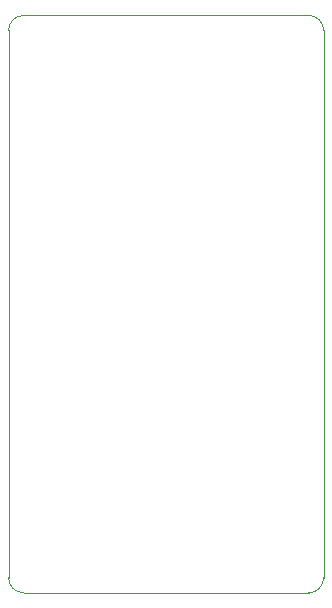
<source format=gbr>
%TF.GenerationSoftware,KiCad,Pcbnew,5.1.5+dfsg1-2~bpo10+1*%
%TF.CreationDate,2020-10-04T09:48:28+00:00*%
%TF.ProjectId,CO2,434f322e-6b69-4636-9164-5f7063625858,rev?*%
%TF.SameCoordinates,Original*%
%TF.FileFunction,Profile,NP*%
%FSLAX45Y45*%
G04 Gerber Fmt 4.5, Leading zero omitted, Abs format (unit mm)*
G04 Created by KiCad (PCBNEW 5.1.5+dfsg1-2~bpo10+1) date 2020-10-04 09:48:28*
%MOMM*%
%LPD*%
G04 APERTURE LIST*
%ADD10C,0.120000*%
G04 APERTURE END LIST*
D10*
X-63500Y-4254500D02*
G75*
G02X-190500Y-4127500I0J127000D01*
G01*
X2476500Y-4127500D02*
G75*
G02X2349500Y-4254500I-127000J0D01*
G01*
X-190500Y507511D02*
G75*
G02X-63500Y634511I127000J0D01*
G01*
X2349500Y634511D02*
G75*
G02X2476500Y507511I0J-127000D01*
G01*
X2476500Y-4127500D02*
X2476500Y508000D01*
X-63500Y-4254500D02*
X2349500Y-4254500D01*
X-190500Y508000D02*
X-190500Y-4127500D01*
X2349500Y634511D02*
X-63500Y634511D01*
M02*

</source>
